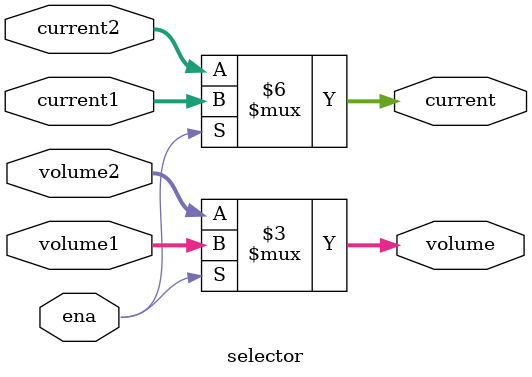
<source format=v>
`timescale 1ns / 1ps


module selector(
input ena,
input [2:0]current1,
input [15:0]volume1,
input [2:0] current2,
input [15:0] volume2,
output reg [2:0] current,
output reg [15:0] volume
    );

always@(*)
begin
   if(ena)
   begin
     current<=current1;
     volume<=volume1;
   end
   else
    begin
       current<=current2;
       volume<=volume2;
     end
end
endmodule

</source>
